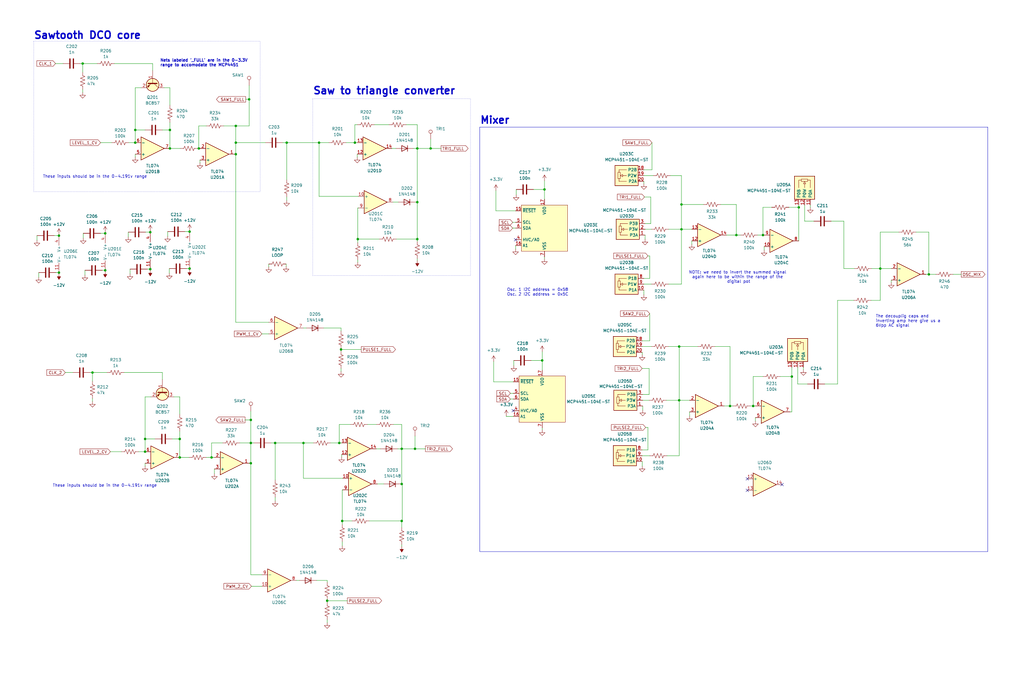
<source format=kicad_sch>
(kicad_sch (version 20231120) (generator "eeschema") (generator_version "8.0")
  (paper "User" 450 300)
  (junction (at 299.466 89.916))
  (junction (at 125.984 62.738))
  (junction (at 92.964 201.168))
  (junction (at 103.632 55.372))
  (junction (at 40.64 163.83))
  (junction (at 176.53 212.852))
  (junction (at 78.994 201.168))
  (junction (at 189.23 65.278))
  (junction (at 59.436 62.738))
  (junction (at 143.764 264.16))
  (junction (at 74.676 65.278))
  (junction (at 78.994 193.04))
  (junction (at 25.908 103.632))
  (junction (at 238.252 158.496))
  (junction (at 83.312 118.11))
  (junction (at 103.632 67.818))
  (junction (at 155.956 62.738))
  (junction (at 66.04 118.364))
  (junction (at 87.376 65.278))
  (junction (at 46.228 102.616))
  (junction (at 335.28 103.378))
  (junction (at 63.754 193.04))
  (junction (at 36.322 27.94))
  (junction (at 183.388 65.278))
  (junction (at 183.388 88.9))
  (junction (at 140.208 62.738))
  (junction (at 83.312 101.854))
  (junction (at 330.962 178.562))
  (junction (at 176.53 229.108))
  (junction (at 298.45 152.4))
  (junction (at 182.372 197.358))
  (junction (at 63.754 198.628))
  (junction (at 239.268 83.312))
  (junction (at 46.228 118.872))
  (junction (at 176.53 197.358))
  (junction (at 149.098 194.818))
  (junction (at 103.632 62.738))
  (junction (at 320.802 178.562))
  (junction (at 133.35 194.818))
  (junction (at 157.226 105.156))
  (junction (at 386.842 118.11))
  (junction (at 351.028 91.186))
  (junction (at 347.98 165.608))
  (junction (at 109.474 43.688))
  (junction (at 25.908 119.888))
  (junction (at 59.436 57.15))
  (junction (at 299.466 100.838))
  (junction (at 74.676 57.15))
  (junction (at 66.04 102.108))
  (junction (at 110.236 194.818))
  (junction (at 149.86 153.67))
  (junction (at 110.236 203.708))
  (junction (at 323.596 103.378))
  (junction (at 408.178 120.65))
  (junction (at 120.904 194.818))
  (junction (at 183.388 105.156))
  (junction (at 110.236 184.658))
  (junction (at 298.45 176.022))
  (junction (at 150.368 229.108))
  (no_connect (at 328.422 210.566))
  (no_connect (at 343.662 213.106))
  (no_connect (at 225.552 180.594))
  (no_connect (at 226.568 105.41))
  (no_connect (at 328.422 215.646))
  (wire (pts (xy 109.474 43.688) (xy 109.474 55.372)))
  (wire (pts (xy 143.764 272.542) (xy 143.764 273.812)))
  (wire (pts (xy 335.788 108.458) (xy 335.788 109.982)))
  (wire (pts (xy 176.53 197.358) (xy 182.372 197.358)))
  (wire (pts (xy 183.388 65.278) (xy 189.23 65.278)))
  (wire (pts (xy 63.754 57.15) (xy 59.436 57.15)))
  (wire (pts (xy 282.956 127.508) (xy 282.956 129.54)))
  (wire (pts (xy 226.822 83.312) (xy 226.822 85.598)))
  (wire (pts (xy 149.098 194.818) (xy 150.114 194.818)))
  (wire (pts (xy 293.878 152.4) (xy 298.45 152.4)))
  (wire (pts (xy 142.24 144.272) (xy 149.86 144.272)))
  (wire (pts (xy 44.196 62.738) (xy 49.022 62.738)))
  (wire (pts (xy 285.242 162.052) (xy 285.242 173.482)))
  (wire (pts (xy 239.268 113.03) (xy 239.268 113.792)))
  (wire (pts (xy 68.072 193.04) (xy 63.754 193.04)))
  (wire (pts (xy 329.692 178.562) (xy 330.962 178.562)))
  (wire (pts (xy 37.338 118.872) (xy 37.338 120.904)))
  (wire (pts (xy 149.86 162.052) (xy 149.86 163.322)))
  (wire (pts (xy 124.206 62.738) (xy 125.984 62.738)))
  (wire (pts (xy 110.236 203.708) (xy 109.474 203.708)))
  (wire (pts (xy 176.53 229.108) (xy 176.784 229.108)))
  (wire (pts (xy 153.924 186.69) (xy 149.098 186.69)))
  (wire (pts (xy 408.178 120.65) (xy 406.908 120.65)))
  (wire (pts (xy 155.956 62.738) (xy 156.972 62.738)))
  (wire (pts (xy 133.35 144.272) (xy 134.62 144.272)))
  (wire (pts (xy 71.374 163.83) (xy 71.374 166.878)))
  (wire (pts (xy 83.312 118.11) (xy 83.312 118.618)))
  (wire (pts (xy 82.042 118.11) (xy 83.312 118.11)))
  (wire (pts (xy 293.116 200.406) (xy 298.45 200.406)))
  (wire (pts (xy 133.35 194.818) (xy 137.668 194.818)))
  (wire (pts (xy 347.98 181.102) (xy 347.218 181.102)))
  (wire (pts (xy 222.504 182.88) (xy 222.504 183.134)))
  (wire (pts (xy 356.108 90.17) (xy 356.108 91.186)))
  (wire (pts (xy 157.226 105.156) (xy 157.226 106.68)))
  (wire (pts (xy 350.52 168.91) (xy 350.52 161.544)))
  (wire (pts (xy 316.738 89.916) (xy 323.596 89.916)))
  (wire (pts (xy 178.562 54.864) (xy 183.388 54.864)))
  (wire (pts (xy 78.994 201.168) (xy 83.058 201.168)))
  (wire (pts (xy 74.676 57.15) (xy 74.676 65.278)))
  (wire (pts (xy 40.64 175.26) (xy 40.64 176.53)))
  (wire (pts (xy 140.208 62.738) (xy 140.208 86.36)))
  (wire (pts (xy 282.448 178.562) (xy 282.448 180.34)))
  (wire (pts (xy 87.376 55.372) (xy 87.376 65.278)))
  (wire (pts (xy 25.908 103.632) (xy 25.908 104.14)))
  (wire (pts (xy 408.178 102.108) (xy 408.178 120.65)))
  (wire (pts (xy 60.96 198.628) (xy 63.754 198.628)))
  (wire (pts (xy 293.878 124.968) (xy 299.466 124.968)))
  (wire (pts (xy 76.454 174.498) (xy 78.994 174.498)))
  (wire (pts (xy 81.28 101.854) (xy 83.312 101.854)))
  (wire (pts (xy 107.95 43.688) (xy 109.474 43.688)))
  (wire (pts (xy 36.322 27.94) (xy 42.672 27.94)))
  (wire (pts (xy 183.388 113.792) (xy 183.388 114.554)))
  (wire (pts (xy 282.194 200.406) (xy 285.496 200.406)))
  (wire (pts (xy 386.842 118.11) (xy 391.668 118.11)))
  (wire (pts (xy 282.194 154.94) (xy 282.194 155.956)))
  (wire (pts (xy 368.046 132.08) (xy 375.158 132.08)))
  (wire (pts (xy 57.15 118.364) (xy 57.15 120.396)))
  (wire (pts (xy 283.718 187.96) (xy 284.734 187.96)))
  (wire (pts (xy 46.228 102.108) (xy 46.228 102.616)))
  (wire (pts (xy 335.788 103.378) (xy 335.28 103.378)))
  (wire (pts (xy 110.236 194.818) (xy 111.506 194.818)))
  (wire (pts (xy 330.962 165.608) (xy 330.962 178.562)))
  (wire (pts (xy 283.464 103.378) (xy 283.464 105.156)))
  (wire (pts (xy 94.234 206.248) (xy 94.234 208.28)))
  (wire (pts (xy 351.028 91.186) (xy 346.71 91.186)))
  (wire (pts (xy 97.79 194.818) (xy 92.964 194.818)))
  (wire (pts (xy 172.212 65.278) (xy 173.99 65.278)))
  (wire (pts (xy 304.038 100.838) (xy 299.466 100.838)))
  (wire (pts (xy 24.638 119.888) (xy 25.908 119.888)))
  (wire (pts (xy 172.72 88.9) (xy 175.006 88.9)))
  (wire (pts (xy 365.252 97.282) (xy 370.84 97.282)))
  (wire (pts (xy 125.984 62.738) (xy 125.984 78.994)))
  (wire (pts (xy 59.436 67.818) (xy 59.436 69.088)))
  (wire (pts (xy 284.734 112.522) (xy 285.496 112.522)))
  (wire (pts (xy 234.442 83.312) (xy 239.268 83.312)))
  (wire (pts (xy 74.676 65.278) (xy 79.248 65.278)))
  (wire (pts (xy 335.28 103.378) (xy 332.994 103.378)))
  (wire (pts (xy 225.298 100.33) (xy 226.568 100.33)))
  (wire (pts (xy 103.632 55.372) (xy 103.632 62.738)))
  (wire (pts (xy 59.436 38.608) (xy 59.436 57.15)))
  (wire (pts (xy 120.904 194.818) (xy 133.35 194.818)))
  (wire (pts (xy 66.04 102.108) (xy 66.04 102.616)))
  (wire (pts (xy 73.66 101.854) (xy 73.66 103.886)))
  (wire (pts (xy 157.226 105.156) (xy 157.226 91.44)))
  (wire (pts (xy 353.568 90.17) (xy 353.568 97.282)))
  (wire (pts (xy 294.64 77.216) (xy 299.466 77.216)))
  (wire (pts (xy 46.228 118.364) (xy 46.228 118.872)))
  (wire (pts (xy 67.056 27.94) (xy 67.056 30.988)))
  (wire (pts (xy 176.784 212.852) (xy 176.784 229.108)))
  (wire (pts (xy 176.784 212.852) (xy 176.53 212.852)))
  (wire (pts (xy 386.842 102.108) (xy 386.842 118.11)))
  (wire (pts (xy 56.388 102.108) (xy 56.388 104.14)))
  (wire (pts (xy 125.984 86.614) (xy 125.984 88.138)))
  (wire (pts (xy 40.64 167.64) (xy 40.64 163.83)))
  (wire (pts (xy 299.466 89.916) (xy 299.466 100.838)))
  (wire (pts (xy 304.038 105.918) (xy 304.038 107.442)))
  (wire (pts (xy 353.568 97.282) (xy 357.632 97.282)))
  (wire (pts (xy 98.298 55.372) (xy 103.632 55.372)))
  (wire (pts (xy 165.354 197.358) (xy 167.132 197.358)))
  (wire (pts (xy 330.962 178.562) (xy 331.978 178.562)))
  (wire (pts (xy 282.956 124.968) (xy 286.258 124.968)))
  (wire (pts (xy 56.642 62.738) (xy 59.436 62.738)))
  (wire (pts (xy 383.032 118.11) (xy 386.842 118.11)))
  (wire (pts (xy 107.696 184.658) (xy 110.236 184.658)))
  (wire (pts (xy 17.018 119.888) (xy 17.018 121.92)))
  (wire (pts (xy 150.368 215.392) (xy 150.622 215.392)))
  (wire (pts (xy 282.956 77.216) (xy 287.02 77.216)))
  (wire (pts (xy 181.61 65.278) (xy 183.388 65.278)))
  (wire (pts (xy 90.678 201.168) (xy 92.964 201.168)))
  (wire (pts (xy 282.194 162.052) (xy 285.242 162.052)))
  (wire (pts (xy 286.004 98.298) (xy 283.464 98.298)))
  (wire (pts (xy 238.252 188.214) (xy 238.252 188.976)))
  (wire (pts (xy 282.956 74.676) (xy 286.512 74.676)))
  (wire (pts (xy 87.884 70.358) (xy 87.884 71.628)))
  (wire (pts (xy 157.226 105.156) (xy 166.624 105.156)))
  (wire (pts (xy 353.06 162.56) (xy 353.06 161.544)))
  (wire (pts (xy 25.908 119.888) (xy 25.908 120.396)))
  (wire (pts (xy 335.28 165.608) (xy 330.962 165.608)))
  (wire (pts (xy 103.632 67.818) (xy 103.124 67.818)))
  (wire (pts (xy 110.236 252.73) (xy 115.062 252.73)))
  (wire (pts (xy 156.972 67.818) (xy 156.972 69.088)))
  (wire (pts (xy 40.64 163.83) (xy 39.624 163.83)))
  (wire (pts (xy 25.908 119.38) (xy 25.908 119.888)))
  (wire (pts (xy 119.126 194.818) (xy 120.904 194.818)))
  (wire (pts (xy 110.236 180.848) (xy 110.236 184.658)))
  (wire (pts (xy 145.288 194.818) (xy 149.098 194.818)))
  (wire (pts (xy 63.754 203.708) (xy 63.754 204.978)))
  (wire (pts (xy 156.972 54.864) (xy 155.956 54.864)))
  (wire (pts (xy 225.806 158.496) (xy 225.806 160.782)))
  (wire (pts (xy 92.964 194.818) (xy 92.964 201.168)))
  (wire (pts (xy 78.994 189.738) (xy 78.994 193.04)))
  (wire (pts (xy 155.956 54.864) (xy 155.956 62.738)))
  (wire (pts (xy 176.53 239.522) (xy 176.53 240.284)))
  (wire (pts (xy 303.022 176.022) (xy 298.45 176.022)))
  (wire (pts (xy 90.678 55.372) (xy 87.376 55.372)))
  (wire (pts (xy 282.956 79.756) (xy 282.956 80.772)))
  (wire (pts (xy 299.466 77.216) (xy 299.466 89.916)))
  (wire (pts (xy 285.496 112.522) (xy 285.496 122.428)))
  (wire (pts (xy 217.932 92.71) (xy 226.568 92.71)))
  (wire (pts (xy 143.764 264.16) (xy 152.654 264.16)))
  (wire (pts (xy 303.022 181.102) (xy 303.022 182.88)))
  (wire (pts (xy 298.45 176.022) (xy 292.862 176.022)))
  (wire (pts (xy 183.388 65.278) (xy 183.388 88.9)))
  (wire (pts (xy 72.136 38.608) (xy 74.676 38.608)))
  (wire (pts (xy 189.23 61.214) (xy 189.23 65.278)))
  (wire (pts (xy 284.734 187.96) (xy 284.734 197.866)))
  (wire (pts (xy 110.236 194.818) (xy 110.236 203.708)))
  (wire (pts (xy 176.53 229.108) (xy 176.53 231.902)))
  (wire (pts (xy 64.77 118.364) (xy 66.04 118.364)))
  (wire (pts (xy 182.626 88.9) (xy 183.388 88.9)))
  (wire (pts (xy 130.302 255.27) (xy 131.572 255.27)))
  (wire (pts (xy 83.312 101.346) (xy 83.312 101.854)))
  (wire (pts (xy 75.692 193.04) (xy 78.994 193.04)))
  (wire (pts (xy 239.268 79.502) (xy 239.268 83.312)))
  (wire (pts (xy 16.256 103.632) (xy 16.256 105.664)))
  (wire (pts (xy 299.466 124.968) (xy 299.466 100.838)))
  (wire (pts (xy 25.908 103.124) (xy 25.908 103.632)))
  (wire (pts (xy 140.208 86.36) (xy 157.48 86.36)))
  (wire (pts (xy 87.376 65.278) (xy 87.884 65.278)))
  (wire (pts (xy 282.194 202.946) (xy 282.194 204.978)))
  (wire (pts (xy 319.278 103.378) (xy 323.596 103.378)))
  (wire (pts (xy 78.994 193.04) (xy 78.994 201.168)))
  (wire (pts (xy 418.846 120.65) (xy 422.402 120.65)))
  (wire (pts (xy 115.062 146.812) (xy 118.11 146.812)))
  (wire (pts (xy 391.668 123.19) (xy 391.668 124.206)))
  (wire (pts (xy 143.764 263.652) (xy 143.764 264.16)))
  (wire (pts (xy 224.282 175.514) (xy 225.552 175.514)))
  (wire (pts (xy 354.838 168.91) (xy 350.52 168.91)))
  (wire (pts (xy 285.242 173.482) (xy 282.448 173.482)))
  (wire (pts (xy 299.466 89.916) (xy 309.118 89.916)))
  (wire (pts (xy 48.514 198.628) (xy 53.34 198.628)))
  (wire (pts (xy 342.9 165.608) (xy 347.98 165.608)))
  (wire (pts (xy 351.028 90.17) (xy 351.028 91.186)))
  (wire (pts (xy 347.98 161.544) (xy 347.98 165.608)))
  (wire (pts (xy 46.228 102.616) (xy 46.228 103.124)))
  (wire (pts (xy 285.496 137.922) (xy 285.496 149.86)))
  (wire (pts (xy 83.312 101.854) (xy 83.312 102.362)))
  (wire (pts (xy 370.84 97.282) (xy 370.84 118.11)))
  (wire (pts (xy 36.322 31.75) (xy 36.322 27.94)))
  (wire (pts (xy 64.008 102.108) (xy 66.04 102.108)))
  (wire (pts (xy 282.448 176.022) (xy 285.242 176.022)))
  (wire (pts (xy 183.388 54.864) (xy 183.388 65.278)))
  (wire (pts (xy 44.196 102.616) (xy 46.228 102.616)))
  (wire (pts (xy 103.632 62.738) (xy 116.586 62.738)))
  (wire (pts (xy 314.198 152.4) (xy 320.802 152.4)))
  (wire (pts (xy 110.236 184.658) (xy 110.236 194.818)))
  (wire (pts (xy 285.496 122.428) (xy 282.956 122.428)))
  (wire (pts (xy 125.73 116.078) (xy 125.73 117.094)))
  (wire (pts (xy 225.298 97.79) (xy 226.568 97.79)))
  (wire (pts (xy 149.098 186.69) (xy 149.098 194.818)))
  (wire (pts (xy 109.474 55.372) (xy 103.632 55.372)))
  (wire (pts (xy 318.262 178.562) (xy 320.802 178.562)))
  (wire (pts (xy 362.458 168.91) (xy 368.046 168.91)))
  (wire (pts (xy 40.64 163.83) (xy 46.99 163.83)))
  (wire (pts (xy 386.842 132.08) (xy 386.842 118.11)))
  (wire (pts (xy 216.916 159.004) (xy 216.916 167.894)))
  (wire (pts (xy 24.384 27.94) (xy 27.686 27.94)))
  (wire (pts (xy 139.192 255.27) (xy 143.764 255.27)))
  (wire (pts (xy 402.59 102.108) (xy 408.178 102.108)))
  (wire (pts (xy 157.226 91.44) (xy 157.48 91.44)))
  (wire (pts (xy 110.236 252.73) (xy 110.236 203.708)))
  (wire (pts (xy 238.252 158.496) (xy 238.252 162.814)))
  (wire (pts (xy 74.422 118.11) (xy 74.422 120.142)))
  (wire (pts (xy 408.178 120.65) (xy 411.226 120.65)))
  (wire (pts (xy 83.312 117.602) (xy 83.312 118.11)))
  (wire (pts (xy 133.35 210.312) (xy 150.622 210.312)))
  (wire (pts (xy 164.592 54.864) (xy 170.942 54.864)))
  (wire (pts (xy 86.868 65.278) (xy 87.376 65.278)))
  (wire (pts (xy 162.306 229.108) (xy 176.53 229.108)))
  (wire (pts (xy 368.046 168.91) (xy 368.046 132.08)))
  (wire (pts (xy 120.904 194.818) (xy 120.904 211.074)))
  (wire (pts (xy 143.764 255.27) (xy 143.764 256.032)))
  (wire (pts (xy 28.702 163.83) (xy 32.004 163.83)))
  (wire (pts (xy 149.86 153.162) (xy 149.86 153.67)))
  (wire (pts (xy 370.84 118.11) (xy 375.412 118.11)))
  (wire (pts (xy 238.252 154.686) (xy 238.252 158.496)))
  (wire (pts (xy 140.208 62.738) (xy 144.526 62.738)))
  (wire (pts (xy 61.976 38.608) (xy 59.436 38.608)))
  (wire (pts (xy 283.21 86.614) (xy 286.004 86.614)))
  (wire (pts (xy 298.45 200.406) (xy 298.45 176.022)))
  (wire (pts (xy 282.194 152.4) (xy 286.258 152.4)))
  (wire (pts (xy 149.86 153.67) (xy 158.75 153.67)))
  (wire (pts (xy 320.802 178.562) (xy 322.072 178.562)))
  (wire (pts (xy 74.676 38.608) (xy 74.676 46.228)))
  (wire (pts (xy 66.04 101.6) (xy 66.04 102.108)))
  (wire (pts (xy 120.904 218.694) (xy 120.904 220.218)))
  (wire (pts (xy 182.372 197.358) (xy 186.944 197.358)))
  (wire (pts (xy 174.752 197.358) (xy 176.53 197.358)))
  (wire (pts (xy 299.466 100.838) (xy 293.878 100.838)))
  (wire (pts (xy 182.372 191.77) (xy 182.372 197.358)))
  (wire (pts (xy 216.916 167.894) (xy 225.552 167.894)))
  (wire (pts (xy 50.292 27.94) (xy 67.056 27.94)))
  (wire (pts (xy 306.578 152.4) (xy 298.45 152.4)))
  (wire (pts (xy 103.632 141.732) (xy 103.632 67.818)))
  (wire (pts (xy 149.86 144.272) (xy 149.86 145.542)))
  (wire (pts (xy 125.984 62.738) (xy 140.208 62.738)))
  (wire (pts (xy 183.388 88.9) (xy 183.388 105.156)))
  (wire (pts (xy 63.754 174.498) (xy 63.754 193.04)))
  (wire (pts (xy 36.576 102.616) (xy 36.576 104.648)))
  (wire (pts (xy 176.53 186.69) (xy 176.53 197.358)))
  (wire (pts (xy 282.194 149.86) (xy 285.496 149.86)))
  (wire (pts (xy 105.41 194.818) (xy 110.236 194.818)))
  (wire (pts (xy 78.994 174.498) (xy 78.994 182.118)))
  (wire (pts (xy 46.228 118.872) (xy 46.228 119.38)))
  (wire (pts (xy 66.04 117.856) (xy 66.04 118.364)))
  (wire (pts (xy 54.61 163.83) (xy 71.374 163.83)))
  (wire (pts (xy 283.464 100.838) (xy 286.258 100.838)))
  (wire (pts (xy 323.596 103.378) (xy 325.374 103.378)))
  (wire (pts (xy 143.764 264.16) (xy 143.764 264.922)))
  (wire (pts (xy 217.932 83.82) (xy 217.932 92.71)))
  (wire (pts (xy 59.436 57.15) (xy 59.436 62.738)))
  (wire (pts (xy 133.35 194.818) (xy 133.35 210.312)))
  (wire (pts (xy 239.268 83.312) (xy 239.268 87.63)))
  (wire (pts (xy 331.978 183.642) (xy 331.978 185.166)))
  (wire (pts (xy 92.964 201.168) (xy 94.234 201.168)))
  (wire (pts (xy 189.23 65.278) (xy 193.802 65.278)))
  (wire (pts (xy 224.282 172.974) (xy 225.552 172.974)))
  (wire (pts (xy 36.322 27.94) (xy 35.306 27.94)))
  (wire (pts (xy 351.028 105.918) (xy 351.028 91.186)))
  (wire (pts (xy 66.294 174.498) (xy 63.754 174.498)))
  (wire (pts (xy 150.368 229.108) (xy 154.686 229.108)))
  (wire (pts (xy 74.676 53.848) (xy 74.676 57.15)))
  (wire (pts (xy 23.876 103.632) (xy 25.908 103.632)))
  (wire (pts (xy 298.45 152.4) (xy 298.45 176.022)))
  (wire (pts (xy 176.53 212.852) (xy 176.276 212.852)))
  (wire (pts (xy 152.146 62.738) (xy 155.956 62.738)))
  (wire (pts (xy 110.49 257.81) (xy 115.062 257.81)))
  (wire (pts (xy 174.244 105.156) (xy 183.388 105.156)))
  (wire (pts (xy 335.28 91.186) (xy 335.28 103.378)))
  (wire (pts (xy 320.802 152.4) (xy 320.802 178.562)))
  (wire (pts (xy 339.09 91.186) (xy 335.28 91.186)))
  (wire (pts (xy 150.114 199.898) (xy 150.114 200.914)))
  (wire (pts (xy 233.426 158.496) (xy 238.252 158.496)))
  (wire (pts (xy 172.974 186.69) (xy 176.53 186.69)))
  (wire (pts (xy 71.374 57.15) (xy 74.676 57.15)))
  (wire (pts (xy 165.862 212.852) (xy 168.656 212.852)))
  (wire (pts (xy 149.86 153.67) (xy 149.86 154.432)))
  (wire (pts (xy 150.368 238.252) (xy 150.368 240.03)))
  (wire (pts (xy 394.97 102.108) (xy 386.842 102.108)))
  (wire (pts (xy 63.754 193.04) (xy 63.754 198.628)))
  (wire (pts (xy 36.322 39.37) (xy 36.322 40.64)))
  (wire (pts (xy 382.778 132.08) (xy 386.842 132.08)))
  (wire (pts (xy 150.368 229.108) (xy 150.368 215.392)))
  (wire (pts (xy 226.568 107.95) (xy 226.568 109.474)))
  (wire (pts (xy 347.98 165.608) (xy 347.98 181.102)))
  (wire (pts (xy 157.226 114.3) (xy 157.226 115.316)))
  (wire (pts (xy 66.04 118.364) (xy 66.04 118.872)))
  (wire (pts (xy 103.632 141.732) (xy 118.11 141.732)))
  (wire (pts (xy 183.388 105.156) (xy 183.388 106.172)))
  (wire (pts (xy 284.734 197.866) (xy 282.194 197.866)))
  (wire (pts (xy 118.11 116.078) (xy 118.11 117.348)))
  (wire (pts (xy 150.368 230.632) (xy 150.368 229.108)))
  (wire (pts (xy 323.596 103.378) (xy 323.596 89.916)))
  (wire (pts (xy 103.632 62.738) (xy 103.632 67.818)))
  (wire (pts (xy 44.958 118.872) (xy 46.228 118.872)))
  (wire (pts (xy 176.53 197.358) (xy 176.53 212.852)))
  (wire (pts (xy 222.504 183.134) (xy 225.552 183.134)))
  (wire (pts (xy 109.474 37.592) (xy 109.474 43.688)))
  (wire (pts (xy 286.512 62.738) (xy 286.512 74.676)))
  (wire (pts (xy 286.004 86.614) (xy 286.004 98.298)))
  (wire (pts (xy 161.544 186.69) (xy 165.354 186.69)))
  (rectangle (start 210.82 55.88) (end 434.086 242.57))
  (rectangle (start 137.414 43.434) (end 206.756 121.158) (stroke (width 0) (type dot)))
  (rectangle (start 14.859 18.161) (end 114.3 84.328) (stroke (width 0) (type dot)))
  (text "These inputs should be in the 0-4.191v range" (at 23.114 214.376 0) (effects (font (size 1.27 1.27)) (justify left bottom)))
  (text "Nets labeled '_FULL' are in the 0-3.3V \nrange to accomodate the MCP4451" (at 70.358 29.464 0) (effects (font (size 1.27 1.27) (thickness 0.254) (bold yes)) (justify left bottom)))
  (text "Osc. 1 I2C address = 0x58\nOsc. 2 I2C address = 0x5C" (at 222.758 130.302 0) (effects (font (size 1.27 1.27)) (justify left bottom)))
  (text "NOTE: we need to invert the summed signal \nagain here to be within the range of the \ndigital pot" (at 324.612 121.92 0) (effects (font (size 1.27 1.27))))
  (text "Sawtooth DCO core" (at 14.732 17.526 0) (effects (font (size 3.2 3.2) (thickness 0.64) (bold yes)) (justify left bottom)))
  (text "The decouplig caps and \ninverting amp here give us a\n6Vpp AC signal" (at 384.81 141.224 0) (effects (font (size 1.27 1.27)) (justify left)))
  (text "These inputs should be in the 0-4.191v range" (at 18.796 78.486 0) (effects (font (size 1.27 1.27)) (justify left bottom)))
  (text "Mixer" (at 210.82 54.864 0) (effects (font (size 3.2 3.2) (thickness 0.64) (bold yes)) (justify left bottom)))
  (text "Saw to triangle converter" (at 137.414 41.91 0) (effects (font (size 3.2 3.2) (thickness 0.64) (bold yes)) (justify left bottom)))
  (global_label "TRI2_FULL" (shape input) (at 282.194 162.052 180) (property "Intersheetrefs" "${INTERSHEET_REFS}" (effects (hide yes))))
  (global_label "LEVEL_2_CV" (shape input) (at 48.514 198.628 180) (property "Intersheetrefs" "${INTERSHEET_REFS}" (effects (hide yes))))
  (global_label "SAW2_FULL" (shape input) (at 285.496 137.922 180) (property "Intersheetrefs" "${INTERSHEET_REFS}" (effects (hide yes))))
  (global_label "SAW1_FULL" (shape input) (at 286.512 62.738 180) (property "Intersheetrefs" "${INTERSHEET_REFS}" (effects (hide yes))))
  (global_label "LEVEL_1_CV" (shape input) (at 44.196 62.738 180) (property "Intersheetrefs" "${INTERSHEET_REFS}" (effects (hide yes))))
  (global_label "SDA" (shape input) (at 225.298 100.33 180) (property "Intersheetrefs" "${INTERSHEET_REFS}" (effects (hide yes))))
  (global_label "TRI1_FULL" (shape input) (at 283.21 86.614 180) (property "Intersheetrefs" "${INTERSHEET_REFS}" (effects (hide yes))))
  (global_label "SCL" (shape input) (at 225.298 97.79 180) (property "Intersheetrefs" "${INTERSHEET_REFS}" (effects (hide yes))))
  (global_label "TRI2_FULL" (shape output) (at 186.944 197.358 0) (property "Intersheetrefs" "${INTERSHEET_REFS}" (effects (hide yes))))
  (global_label "CLK_1" (shape input) (at 24.384 27.94 180) (property "Intersheetrefs" "${INTERSHEET_REFS}" (effects (hide yes))))
  (global_label "PULSE1_FULL" (shape input) (at 284.734 112.522 180) (property "Intersheetrefs" "${INTERSHEET_REFS}" (effects (hide yes))))
  (global_label "SDA" (shape input) (at 224.282 175.514 180) (property "Intersheetrefs" "${INTERSHEET_REFS}" (effects (hide yes))))
  (global_label "PWM_1_CV" (shape input) (at 115.062 146.812 180) (property "Intersheetrefs" "${INTERSHEET_REFS}" (effects (hide yes))))
  (global_label "TRI1_FULL" (shape output) (at 193.802 65.278 0) (property "Intersheetrefs" "${INTERSHEET_REFS}" (effects (hide yes))))
  (global_label "PULSE2_FULL" (shape input) (at 283.718 187.96 180) (property "Intersheetrefs" "${INTERSHEET_REFS}" (effects (hide yes))))
  (global_label "PULSE2_FULL" (shape output) (at 152.654 264.16 0) (property "Intersheetrefs" "${INTERSHEET_REFS}" (effects (hide yes))))
  (global_label "OSC_MIX" (shape output) (at 422.402 120.65 0) (property "Intersheetrefs" "${INTERSHEET_REFS}" (effects (hide yes))))
  (global_label "SCL" (shape input) (at 224.282 172.974 180) (property "Intersheetrefs" "${INTERSHEET_REFS}" (effects (hide yes))))
  (global_label "PWM_2_CV" (shape input) (at 110.49 257.81 180) (property "Intersheetrefs" "${INTERSHEET_REFS}" (effects (hide yes))))
  (global_label "PULSE1_FULL" (shape output) (at 158.75 153.67 0) (property "Intersheetrefs" "${INTERSHEET_REFS}" (effects (hide yes))))
  (global_label "SAW1_FULL" (shape output) (at 107.95 43.688 180) (property "Intersheetrefs" "${INTERSHEET_REFS}" (effects (hide yes))))
  (global_label "SAW2_FULL" (shape output) (at 107.696 184.658 180) (property "Intersheetrefs" "${INTERSHEET_REFS}" (effects (hide yes))))
  (global_label "CLK_2" (shape input) (at 28.702 163.83 180) (property "Intersheetrefs" "${INTERSHEET_REFS}" (effects (hide yes))))
  (symbol (lib_id "Device:C") (at 361.442 97.282 90) (unit 1)
    (property "Reference" "C211" (at 361.442 90.424 90))
    (property "Value" "1u" (at 361.442 92.964 90))
    (property "Footprint" "Capacitor_SMD:C_0805_2012Metric" (effects (hide yes)))
  )
  (symbol (lib_name "MCP4451-xxxx-ST_2") (lib_id "Potentiometer_Digital:MCP4451-xxxx-ST") (at 239.268 100.33 0) (unit 5)
    (property "Reference" "U203" (at 259.588 98.933 0))
    (property "Value" "MCP4451-104E-ST" (at 259.588 101.473 0))
    (property "Footprint" "Package_SO:TSSOP-20_4.4x6.5mm_P0.65mm" (effects (hide yes)))
    (property "Datasheet" "https://ww1.microchip.com/downloads/en/DeviceDoc/22267A_MCP4431.pdf" (effects (hide yes)))
  )
  (symbol (lib_id "Amplifier_Operational:TL074") (at 95.504 67.818 0) (mirror x) (unit 1)
    (property "Reference" "U201" (at 95.504 77.978 0))
    (property "Value" "TL074" (at 95.504 75.438 0))
    (property "Footprint" "Package_SO:SOIC-14_3.9x8.7mm_P1.27mm" (effects (hide yes)))
    (property "Datasheet" "http://www.ti.com/lit/ds/symlink/tl071.pdf" (effects (hide yes)))
  )
  (symbol (lib_id "PCM_4ms_Power-symbol:+12V") (at 83.312 101.346 0) (unit 1)
    (property "Reference" "#PWR0220" (effects (hide yes)))
    (property "Value" "+12V" (at 83.312 96.901 0))
  )
  (symbol (lib_id "Diode:1N4148") (at 178.816 88.9 180) (unit 1)
    (property "Reference" "D202" (at 178.816 82.804 0))
    (property "Value" "1N4148" (at 178.816 85.344 0))
    (property "Footprint" "Diode_SMD:D_SOD-123" (effects (hide yes)))
    (property "Datasheet" "https://assets.nexperia.com/documents/data-sheet/1N4148_1N4448.pdf" (effects (hide yes)))
    (property "Sim.Device" "D" (effects (hide yes)))
    (property "Sim.Pins" "1=K 2=A" (effects (hide yes)))
  )
  (symbol (lib_id "power:GND") (at 239.268 113.792 0) (unit 1)
    (property "Reference" "#PWR0235" (effects (hide yes)))
    (property "Value" "GND" (effects (hide yes)))
  )
  (symbol (lib_id "power:GND") (at 303.022 182.88 0) (unit 1)
    (property "Reference" "#PWR0246" (effects (hide yes)))
    (property "Value" "GND" (effects (hide yes)))
  )
  (symbol (lib_id "Device:R_US") (at 157.734 186.69 90) (unit 1)
    (property "Reference" "R218" (at 157.734 181.102 90))
    (property "Value" "10k" (at 157.734 183.642 90))
    (property "Footprint" "Resistor_SMD:R_0805_2012Metric" (effects (hide yes)))
  )
  (symbol (lib_id "Device:R_US") (at 158.496 229.108 90) (unit 1)
    (property "Reference" "R222" (at 158.496 223.774 90))
    (property "Value" "10k" (at 158.496 226.314 90))
    (property "Footprint" "Resistor_SMD:R_0805_2012Metric" (effects (hide yes)))
  )
  (symbol (lib_id "power:GND") (at 63.754 204.978 0) (unit 1)
    (property "Reference" "#PWR0212" (effects (hide yes)))
    (property "Value" "GND" (effects (hide yes)))
  )
  (symbol (lib_id "PCM_4ms_Power-symbol:+12V") (at 66.04 101.6 0) (unit 1)
    (property "Reference" "#PWR0225" (effects (hide yes)))
    (property "Value" "+12V" (at 66.04 97.155 0))
  )
  (symbol (lib_id "Device:R_US") (at 290.068 124.968 90) (unit 1)
    (property "Reference" "R230" (at 290.068 128.016 90))
    (property "Value" "100k" (at 290.068 130.556 90))
    (property "Footprint" "Resistor_SMD:R_0805_2012Metric" (effects (hide yes)))
  )
  (symbol (lib_id "Device:R_US") (at 157.226 110.49 180) (unit 1)
    (property "Reference" "R211" (at 159.512 109.22 0) (effects (justify right)))
    (property "Value" "10k" (at 159.512 111.76 0) (effects (justify right)))
    (property "Footprint" "Resistor_SMD:R_0805_2012Metric" (effects (hide yes)))
  )
  (symbol (lib_id "Amplifier_Operational:TL074") (at 122.682 255.27 0) (mirror x) (unit 3)
    (property "Reference" "U206" (at 122.682 264.922 0))
    (property "Value" "TL074" (at 122.682 262.382 0))
    (property "Footprint" "Package_SO:SOIC-14_3.9x8.7mm_P1.27mm" (effects (hide yes)))
    (property "Datasheet" "http://www.ti.com/lit/ds/symlink/tl071.pdf" (effects (hide yes)))
    (property "Description" "Quad Low-Noise JFET-Input Operational Amplifiers, DIP-14/SOIC-14" (effects (hide yes)))
  )
  (symbol (lib_id "Potentiometer_Digital:MCP4451-xxxx-ST") (at 274.574 152.4 0) (mirror y) (unit 3)
    (property "Reference" "U205" (at 274.574 142.875 0))
    (property "Value" "MCP4451-104E-ST" (at 274.574 145.415 0))
    (property "Footprint" "Package_SO:TSSOP-20_4.4x6.5mm_P0.65mm" (effects (hide yes)))
    (property "Datasheet" "https://ww1.microchip.com/downloads/en/DeviceDoc/22267A_MCP4431.pdf" (effects (hide yes)))
  )
  (symbol (lib_id "power:GND") (at 125.73 117.094 0) (mirror y) (unit 1)
    (property "Reference" "#PWR0257" (effects (hide yes)))
    (property "Value" "GND" (effects (hide yes)))
  )
  (symbol (lib_id "Device:C") (at 20.066 103.632 90) (unit 1)
    (property "Reference" "C205" (at 20.066 96.139 90))
    (property "Value" "100n" (at 20.066 98.679 90))
    (property "Footprint" "Capacitor_SMD:C_0805_2012Metric" (effects (hide yes)))
  )
  (symbol (lib_id "Connector:TestPoint") (at 109.474 37.592 0) (unit 1) (in_bom no)
    (property "Reference" "SAW1" (at 107.188 33.0199 0) (effects (justify right)))
    (property "Value" "SAW1_DC" (effects (hide yes)))
    (property "Footprint" "TestPoint:TestPoint_THTPad_D1.0mm_Drill0.5mm" (effects (hide yes)))
    (property "Description" "test point" (effects (hide yes)))
  )
  (symbol (lib_id "power:GND") (at 73.66 103.886 0) (unit 1)
    (property "Reference" "#PWR0218" (effects (hide yes)))
    (property "Value" "GND" (effects (hide yes)))
  )
  (symbol (lib_id "power:GND") (at 150.114 200.914 0) (unit 1)
    (property "Reference" "#PWR0214" (effects (hide yes)))
    (property "Value" "GND" (effects (hide yes)))
  )
  (symbol (lib_id "Connector:TestPoint") (at 189.23 61.214 0) (mirror y) (unit 1) (in_bom no)
    (property "Reference" "TRI1" (at 191.516 56.6419 0) (effects (justify right)))
    (property "Value" "SAW1_DC" (effects (hide yes)))
    (property "Footprint" "TestPoint:TestPoint_THTPad_D1.0mm_Drill0.5mm" (effects (hide yes)))
    (property "Description" "test point" (effects (hide yes)))
  )
  (symbol (lib_id "power:GND") (at 74.422 120.142 0) (unit 1)
    (property "Reference" "#PWR0219" (effects (hide yes)))
    (property "Value" "GND" (effects (hide yes)))
  )
  (symbol (lib_id "Device:R_US") (at 94.488 55.372 270) (unit 1)
    (property "Reference" "R234" (at 94.488 49.657 90))
    (property "Value" "33k" (at 94.488 52.197 90))
    (property "Footprint" "Resistor_SMD:R_0805_2012Metric" (effects (hide yes)))
  )
  (symbol (lib_id "power:GND") (at 143.764 273.812 0) (unit 1)
    (property "Reference" "#PWR0227" (effects (hide yes)))
    (property "Value" "GND" (effects (hide yes)))
  )
  (symbol (lib_id "Connector:TestPoint") (at 182.372 191.77 0) (mirror y) (unit 1) (in_bom no)
    (property "Reference" "TRI2" (at 184.658 187.1979 0) (effects (justify right)))
    (property "Value" "SAW1_DC" (effects (hide yes)))
    (property "Footprint" "TestPoint:TestPoint_THTPad_D1.0mm_Drill0.5mm" (effects (hide yes)))
    (property "Description" "test point" (effects (hide yes)))
  )
  (symbol (lib_id "Device:C") (at 77.47 101.854 90) (unit 1)
    (property "Reference" "C212" (at 77.47 94.361 90))
    (property "Value" "100n" (at 77.47 96.901 90))
    (property "Footprint" "Capacitor_SMD:C_0805_2012Metric" (effects (hide yes)))
  )
  (symbol (lib_id "power:+3.3V") (at 216.916 159.004 0) (unit 1)
    (property "Reference" "#PWR0238" (effects (hide yes)))
    (property "Value" "+3.3V" (at 216.916 154.051 0))
  )
  (symbol (lib_id "power:-12V") (at 83.312 118.618 180) (unit 1)
    (property "Reference" "#PWR0253" (effects (hide yes)))
    (property "Value" "-12V" (at 83.312 123.698 0))
  )
  (symbol (lib_id "power:GND") (at 282.956 80.772 0) (unit 1)
    (property "Reference" "#PWR0221" (effects (hide yes)))
    (property "Value" "GND" (effects (hide yes)))
  )
  (symbol (lib_id "power:GND") (at 282.194 155.956 0) (unit 1)
    (property "Reference" "#PWR0243" (effects (hide yes)))
    (property "Value" "GND" (effects (hide yes)))
  )
  (symbol (lib_name "MCP4451-xxxx-ST_3") (lib_id "Potentiometer_Digital:MCP4451-xxxx-ST") (at 275.336 124.968 0) (mirror y) (unit 2)
    (property "Reference" "U203" (at 275.336 115.443 0))
    (property "Value" "MCP4451-104E-ST" (at 275.336 117.983 0))
    (property "Footprint" "Package_SO:TSSOP-20_4.4x6.5mm_P0.65mm" (effects (hide yes)))
    (property "Datasheet" "https://ww1.microchip.com/downloads/en/DeviceDoc/22267A_MCP4431.pdf" (effects (hide yes)))
  )
  (symbol (lib_id "Amplifier_Operational:TL074") (at 399.288 120.65 0) (mirror x) (unit 1)
    (property "Reference" "U206" (at 399.288 130.81 0))
    (property "Value" "TL074" (at 399.288 128.27 0))
    (property "Footprint" "Package_SO:SOIC-14_3.9x8.7mm_P1.27mm" (effects (hide yes)))
    (property "Datasheet" "http://www.ti.com/lit/ds/symlink/tl071.pdf" (effects (hide yes)))
    (property "Description" "Quad Low-Noise JFET-Input Operational Amplifiers, DIP-14/SOIC-14" (effects (hide yes)))
  )
  (symbol (lib_id "power:GND") (at 125.984 88.138 0) (unit 1)
    (property "Reference" "#PWR0208" (effects (hide yes)))
    (property "Value" "GND" (effects (hide yes)))
  )
  (symbol (lib_id "Connector:TestPoint") (at 110.236 180.848 0) (unit 1) (in_bom no)
    (property "Reference" "SAW2" (at 107.95 176.2759 0) (effects (justify right)))
    (property "Value" "SAW2_DC" (effects (hide yes)))
    (property "Footprint" "TestPoint:TestPoint_THTPad_D1.0mm_Drill0.5mm" (effects (hide yes)))
    (property "Description" "test point" (effects (hide yes)))
  )
  (symbol (lib_id "power:GND") (at 282.956 129.54 0) (unit 1)
    (property "Reference" "#PWR0229" (effects (hide yes)))
    (property "Value" "GND" (effects (hide yes)))
  )
  (symbol (lib_id "power:-12V") (at 176.53 240.284 180) (unit 1)
    (property "Reference" "#PWR0215" (effects (hide yes)))
    (property "Value" "-12V" (at 176.53 245.11 0))
  )
  (symbol (lib_id "Device:R_US") (at 176.53 235.712 180) (unit 1)
    (property "Reference" "R219" (at 178.562 234.442 0) (effects (justify right)))
    (property "Value" "10k" (at 178.562 236.982 0) (effects (justify right)))
    (property "Footprint" "Resistor_SMD:R_0805_2012Metric" (effects (hide yes)))
  )
  (symbol (lib_id "Device:C") (at 40.386 102.616 90) (unit 1)
    (property "Reference" "C206" (at 40.386 95.123 90))
    (property "Value" "100n" (at 40.386 97.663 90))
    (property "Footprint" "Capacitor_SMD:C_0805_2012Metric" (effects (hide yes)))
  )
  (symbol (lib_id "power:GND") (at 87.884 71.628 0) (unit 1)
    (property "Reference" "#PWR0206" (effects (hide yes)))
    (property "Value" "GND" (effects (hide yes)))
  )
  (symbol (lib_id "power:GND") (at 94.234 208.28 0) (unit 1)
    (property "Reference" "#PWR0213" (effects (hide yes)))
    (property "Value" "GND" (effects (hide yes)))
  )
  (symbol (lib_id "power:GND") (at 304.038 107.442 0) (unit 1)
    (property "Reference" "#PWR0230" (effects (hide yes)))
    (property "Value" "GND" (effects (hide yes)))
  )
  (symbol (lib_id "Device:R_US") (at 379.222 118.11 90) (unit 1)
    (property "Reference" "R244" (at 379.222 121.158 90))
    (property "Value" "10k" (at 379.222 123.698 90))
    (property "Footprint" "Resistor_SMD:R_0805_2012Metric" (effects (hide yes)))
  )
  (symbol (lib_id "power:-12V") (at 25.908 120.396 180) (unit 1)
    (property "Reference" "#PWR0252" (effects (hide yes)))
    (property "Value" "-12V" (at 25.908 125.476 0))
  )
  (symbol (lib_id "power:GND") (at 282.448 180.34 0) (unit 1)
    (property "Reference" "#PWR0245" (effects (hide yes)))
    (property "Value" "GND" (effects (hide yes)))
  )
  (symbol (lib_id "Device:C") (at 120.396 62.738 90) (unit 1)
    (property "Reference" "C203" (at 120.396 55.88 90))
    (property "Value" "1u" (at 120.396 58.42 90))
    (property "Footprint" "Capacitor_SMD:C_0805_2012Metric" (effects (hide yes)))
  )
  (symbol (lib_id "power:GND") (at 225.806 160.782 0) (unit 1)
    (property "Reference" "#PWR0240" (effects (hide yes)))
    (property "Value" "GND" (effects (hide yes)))
  )
  (symbol (lib_id "Device:R_US") (at 101.6 194.818 270) (unit 1)
    (property "Reference" "R227" (at 101.6 189.103 90))
    (property "Value" "33k" (at 101.6 191.643 90))
    (property "Footprint" "Resistor_SMD:R_0805_2012Metric" (effects (hide yes)))
  )
  (symbol (lib_id "power:GND") (at 150.368 240.03 0) (unit 1)
    (property "Reference" "#PWR0217" (effects (hide yes)))
    (property "Value" "GND" (effects (hide yes)))
  )
  (symbol (lib_id "Device:R_US") (at 83.058 65.278 270) (unit 1)
    (property "Reference" "R207" (at 83.058 59.69 90))
    (property "Value" "100k" (at 83.058 62.23 90))
    (property "Footprint" "Resistor_SMD:R_0805_2012Metric" (effects (hide yes)))
  )
  (symbol (lib_id "Device:R_US") (at 290.83 77.216 90) (unit 1)
    (property "Reference" "R228" (at 290.83 80.264 90))
    (property "Value" "100k" (at 290.83 82.804 90))
    (property "Footprint" "Resistor_SMD:R_0805_2012Metric" (effects (hide yes)))
  )
  (symbol (lib_id "Device:R_US") (at 174.752 54.864 90) (unit 1)
    (property "Reference" "R235" (at 174.752 49.276 90))
    (property "Value" "10k" (at 174.752 51.816 90))
    (property "Footprint" "Resistor_SMD:R_0805_2012Metric" (effects (hide yes)))
  )
  (symbol (lib_name "MCP4451-xxxx-ST_3") (lib_id "Potentiometer_Digital:MCP4451-xxxx-ST") (at 274.574 200.406 0) (mirror y) (unit 2)
    (property "Reference" "U205" (at 274.574 190.881 0))
    (property "Value" "MCP4451-104E-ST" (at 274.574 193.421 0))
    (property "Footprint" "Package_SO:TSSOP-20_4.4x6.5mm_P0.65mm" (effects (hide yes)))
    (property "Datasheet" "https://ww1.microchip.com/downloads/en/DeviceDoc/22267A_MCP4431.pdf" (effects (hide yes)))
  )
  (symbol (lib_id "Device:R_US") (at 121.92 116.078 90) (unit 1)
    (property "Reference" "R247" (at 121.92 109.728 90))
    (property "Value" "LOOP" (at 121.92 112.268 90))
    (property "Footprint" "Resistor_THT:R_Axial_DIN0204_L3.6mm_D1.6mm_P5.08mm_Horizontal" (effects (hide yes)))
    (property "Description" "Resistor, US symbol" (effects (hide yes)))
  )
  (symbol (lib_id "power:-12V") (at 66.04 118.872 180) (unit 1)
    (property "Reference" "#PWR0226" (effects (hide yes)))
    (property "Value" "-12V" (at 66.04 123.952 0))
  )
  (symbol (lib_id "Amplifier_Operational:TL074") (at 67.056 65.278 0) (mirror x) (unit 2)
    (property "Reference" "U201" (at 67.056 75.438 0))
    (property "Value" "TL074" (at 67.056 72.898 0))
    (property "Footprint" "Package_SO:SOIC-14_3.9x8.7mm_P1.27mm" (effects (hide yes)))
    (property "Datasheet" "http://www.ti.com/lit/ds/symlink/tl071.pdf" (effects (hide yes)))
  )
  (symbol (lib_id "Device:C") (at 35.814 163.83 90) (unit 1)
    (property "Reference" "C208" (at 35.814 156.337 90))
    (property "Value" "1n" (at 35.814 158.877 90))
    (property "Footprint" "Capacitor_SMD:C_0805_2012Metric" (effects (hide yes)))
  )
  (symbol (lib_id "Amplifier_Operational:TL074") (at 158.242 212.852 0) (unit 3)
    (property "Reference" "U202" (at 158.242 217.932 0))
    (property "Value" "TL074" (at 158.242 220.472 0))
    (property "Footprint" "Package_SO:SOIC-14_3.9x8.7mm_P1.27mm" (effects (hide yes)))
    (property "Datasheet" "http://www.ti.com/lit/ds/symlink/tl071.pdf" (effects (hide yes)))
  )
  (symbol (lib_id "Device:C") (at 60.96 118.364 90) (unit 1)
    (property "Reference" "C216" (at 60.96 110.871 90))
    (property "Value" "100n" (at 60.96 113.411 90))
    (property "Footprint" "Capacitor_SMD:C_0805_2012Metric" (effects (hide yes)))
  )
  (symbol (lib_id "Amplifier_Operational:TL074") (at 165.1 88.9 0) (unit 3)
    (property "Reference" "U201" (at 165.1 93.98 0))
    (property "Value" "TL074" (at 165.1 96.52 0))
    (property "Footprint" "Package_SO:SOIC-14_3.9x8.7mm_P1.27mm" (effects (hide yes)))
    (property "Datasheet" "http://www.ti.com/lit/ds/symlink/tl071.pdf" (effects (hide yes)))
  )
  (symbol (lib_id "Device:R_US") (at 290.068 100.838 90) (unit 1)
    (property "Reference" "R229" (at 290.068 103.886 90))
    (property "Value" "100k" (at 290.068 106.426 90))
    (property "Footprint" "Resistor_SMD:R_0805_2012Metric" (effects (hide yes)))
  )
  (symbol (lib_id "Device:R_US") (at 415.036 120.65 90) (unit 1)
    (property "Reference" "R246" (at 415.036 123.698 90))
    (property "Value" "470" (at 415.036 126.238 90))
    (property "Footprint" "Resistor_SMD:R_0805_2012Metric" (effects (hide yes)))
  )
  (symbol (lib_id "Device:C") (at 229.616 158.496 90) (unit 1)
    (property "Reference" "C218" (at 229.616 151.003 90))
    (property "Value" "100n" (at 229.616 153.543 90))
    (property "Footprint" "Capacitor_SMD:C_0805_2012Metric" (effects (hide yes)))
  )
  (symbol (lib_id "Diode:1N4148") (at 177.8 65.278 180) (unit 1)
    (property "Reference" "D201" (at 177.8 59.182 0))
    (property "Value" "1N4148" (at 177.8 61.722 0))
    (property "Footprint" "Diode_SMD:D_SOD-123" (effects (hide yes)))
    (property "Datasheet" "https://assets.nexperia.com/documents/data-sheet/1N4148_1N4448.pdf" (effects (hide yes)))
    (property "Sim.Device" "D" (effects (hide yes)))
    (property "Sim.Pins" "1=K 2=A" (effects (hide yes)))
  )
  (symbol (lib_id "Amplifier_Operational:TL074") (at 157.734 197.358 0) (mirror x) (unit 4)
    (property "Reference" "U202" (at 157.734 207.137 0))
    (property "Value" "TL074" (at 157.734 204.597 0))
    (property "Footprint" "Package_SO:SOIC-14_3.9x8.7mm_P1.27mm" (effects (hide yes)))
    (property "Datasheet" "http://www.ti.com/lit/ds/symlink/tl071.pdf" (effects (hide yes)))
  )
  (symbol (lib_id "power:GND") (at 356.108 91.186 0) (unit 1)
    (property "Reference" "#PWR0247" (effects (hide yes)))
    (property "Value" "GND" (effects (hide yes)))
  )
  (symbol (lib_id "Device:R_US") (at 149.86 149.352 0) (unit 1)
    (property "Reference" "R225" (at 152.4 148.082 0) (effects (justify left)))
    (property "Value" "92k" (at 152.4 150.622 0) (effects (justify left)))
    (property "Footprint" "Resistor_SMD:R_0805_2012Metric" (effects (hide yes)))
  )
  (symbol (lib_id "Potentiometer_Digital:MCP4451-xxxx-ST") (at 275.336 77.216 0) (mirror y) (unit 3)
    (property "Reference" "U203" (at 275.336 67.691 0))
    (property "Value" "MCP4451-104E-ST" (at 275.336 70.231 0))
    (property "Footprint" "Package_SO:TSSOP-20_4.4x6.5mm_P0.65mm" (effects (hide yes)))
    (property "Datasheet" "https://ww1.microchip.com/downloads/en/DeviceDoc/22267A_MCP4431.pdf" (effects (hide yes)))
  )
  (symbol (lib_name "MCP4451-xxxx-ST_4") (lib_id "Potentiometer_Digital:MCP4451-xxxx-ST") (at 350.52 153.924 90) (unit 1)
    (property "Reference" "U203" (at 344.17 152.654 90) (effects (justify left)))
    (property "Value" "MCP4451-104E-ST" (at 344.17 155.194 90) (effects (justify left)))
    (property "Footprint" "Package_SO:TSSOP-20_4.4x6.5mm_P0.65mm" (effects (hide yes)))
    (property "Datasheet" "https://ww1.microchip.com/downloads/en/DeviceDoc/22267A_MCP4431.pdf" (effects (hide yes)))
  )
  (symbol (lib_id "power:GND") (at 36.322 40.64 0) (unit 1)
    (property "Reference" "#PWR0205" (effects (hide yes)))
    (property "Value" "GND" (effects (hide yes)))
  )
  (symbol (lib_id "Device:R_US") (at 289.052 176.022 90) (unit 1)
    (property "Reference" "R237" (at 289.052 179.07 90))
    (property "Value" "100k" (at 289.052 181.61 90))
    (property "Footprint" "Resistor_SMD:R_0805_2012Metric" (effects (hide yes)))
  )
  (symbol (lib_id "Device:R_US") (at 378.968 132.08 90) (unit 1)
    (property "Reference" "R242" (at 378.968 135.128 90))
    (property "Value" "10k" (at 378.968 137.668 90))
    (property "Footprint" "Resistor_SMD:R_0805_2012Metric" (effects (hide yes)))
  )
  (symbol (lib_id "Device:R_US") (at 325.882 178.562 90) (unit 1)
    (property "Reference" "R220" (at 325.882 181.61 90))
    (property "Value" "100k" (at 325.882 184.15 90))
    (property "Footprint" "Resistor_SMD:R_0805_2012Metric" (effects (hide yes)))
  )
  (symbol (lib_id "power:GND") (at 391.668 124.206 0) (unit 1)
    (property "Reference" "#PWR0255" (effects (hide yes)))
    (property "Value" "GND" (effects (hide yes)))
  )
  (symbol (lib_id "Device:R_US") (at 329.184 103.378 90) (unit 1)
    (property "Reference" "R240" (at 329.184 106.426 90))
    (property "Value" "100k" (at 329.184 108.966 90))
    (property "Footprint" "Resistor_SMD:R_0805_2012Metric" (effects (hide yes)))
  )
  (symbol (lib_id "Diode:1N4148") (at 138.43 144.272 180) (unit 1)
    (property "Reference" "D205" (at 138.43 138.176 0))
    (property "Value" "1N4148" (at 138.43 140.716 0))
    (property "Footprint" "Diode_SMD:D_SOD-123" (effects (hide yes)))
    (property "Datasheet" "https://assets.nexperia.com/documents/data-sheet/1N4148_1N4448.pdf" (effects (hide yes)))
    (property "Sim.Device" "D" (effects (hide yes)))
    (property "Sim.Pins" "1=K 2=A" (effects (hide yes)))
  )
  (symbol (lib_id "power:+3.3V") (at 238.252 154.686 0) (unit 1)
    (property "Reference" "#PWR0241" (effects (hide yes)))
    (property "Value" "+3.3V" (at 238.252 149.733 0))
  )
  (symbol (lib_id "Amplifier_Operational:TL074") (at 68.58 110.236 0) (unit 5)
    (property "Reference" "U204" (at 67.056 108.966 0) (effects (justify left)))
    (property "Value" "TL074" (at 67.056 111.506 0) (effects (justify left)))
    (property "Footprint" "Package_SO:SOIC-14_3.9x8.7mm_P1.27mm" (effects (hide yes)))
    (property "Datasheet" "http://www.ti.com/lit/ds/symlink/tl071.pdf" (effects (hide yes)))
  )
  (symbol (lib_id "Device:R_US") (at 150.368 234.442 180) (unit 1)
    (property "Reference" "R221" (at 152.654 233.172 0) (effects (justify right)))
    (property "Value" "10k" (at 152.654 235.712 0) (effects (justify right)))
    (property "Footprint" "Resistor_SMD:R_0805_2012Metric" (effects (hide yes)))
  )
  (symbol (lib_id "Amplifier_Operational:TL074") (at 85.852 109.982 0) (unit 5)
    (property "Reference" "U202" (at 84.328 108.712 0) (effects (justify left)))
    (property "Value" "TL074" (at 84.328 111.252 0) (effects (justify left)))
    (property "Footprint" "Package_SO:SOIC-14_3.9x8.7mm_P1.27mm" (effects (hide yes)))
    (property "Datasheet" "http://www.ti.com/lit/ds/symlink/tl071.pdf" (effects (hide yes)))
  )
  (symbol (lib_id "Device:R_US") (at 339.09 165.608 90) (unit 1)
    (property "Reference" "R231" (at 339.09 168.656 90))
    (property "Value" "100k" (at 339.09 171.196 90))
    (property "Footprint" "Resistor_SMD:R_0805_2012Metric" (effects (hide yes)))
  )
  (symbol (lib_id "Amplifier_Operational:TL074") (at 336.042 213.106 0) (unit 4)
    (property "Reference" "U206" (at 336.042 203.454 0))
    (property "Value" "TL074" (at 336.042 205.994 0))
    (property "Footprint" "Package_SO:SOIC-14_3.9x8.7mm_P1.27mm" (effects (hide yes)))
    (property "Datasheet" "http://www.ti.com/lit/ds/symlink/tl071.pdf" (effects (hide yes)))
    (property "Description" "Quad Low-Noise JFET-Input Operational Amplifiers, DIP-14/SOIC-14" (effects (hide yes)))
  )
  (symbol (lib_id "PCM_Transistor_BJT_AKL:BC857") (at 71.374 171.958 90) (mirror x) (unit 1)
    (property "Reference" "Q202" (at 71.374 178.689 90))
    (property "Value" "BC857" (at 71.374 181.229 90))
    (property "Footprint" "PCM_4ms_Package_SOT:SOT-23" (effects (hide yes)))
    (property "Datasheet" "https://www.tme.eu/Document/c382caaa0cc481743f0c0197b727e2d1/BC856A.pdf" (effects (hide yes)))
  )
  (symbol (lib_id "Device:R_US") (at 289.306 200.406 90) (unit 1)
    (property "Reference" "R238" (at 289.306 203.454 90))
    (property "Value" "100k" (at 289.306 205.994 90))
    (property "Footprint" "Resistor_SMD:R_0805_2012Metric" (effects (hide yes)))
  )
  (symbol (lib_id "Amplifier_Operational:TL074") (at 339.598 181.102 0) (mirror x) (unit 2)
    (property "Reference" "U204" (at 339.598 190.5 0))
    (property "Value" "TL074" (at 339.598 187.96 0))
    (property "Footprint" "Package_SO:SOIC-14_3.9x8.7mm_P1.27mm" (effects (hide yes)))
    (property "Datasheet" "http://www.ti.com/lit/ds/symlink/tl071.pdf" (effects (hide yes)))
  )
  (symbol (lib_id "Device:R_US") (at 290.068 152.4 90) (unit 1)
    (property "Reference" "R239" (at 290.068 155.448 90))
    (property "Value" "100k" (at 290.068 157.988 90))
    (property "Footprint" "Resistor_SMD:R_0805_2012Metric" (effects (hide yes)))
  )
  (symbol (lib_id "power:+3.3V") (at 239.268 79.502 0) (unit 1)
    (property "Reference" "#PWR0233" (effects (hide yes)))
    (property "Value" "+3.3V" (at 239.268 74.549 0))
  )
  (symbol (lib_id "Device:R_US") (at 125.984 82.804 180) (unit 1)
    (property "Reference" "R209" (at 127.762 81.534 0) (effects (justify right)))
    (property "Value" "10k" (at 127.762 84.074 0) (effects (justify right)))
    (property "Footprint" "Resistor_SMD:R_0805_2012Metric" (effects (hide yes)))
  )
  (symbol (lib_id "Device:R_US") (at 143.764 259.842 0) (unit 1)
    (property "Reference" "R224" (at 146.05 258.5719 0) (effects (justify left)))
    (property "Value" "100k" (at 146.05 261.1119 0) (effects (justify left)))
    (property "Footprint" "Resistor_SMD:R_0805_2012Metric" (effects (hide yes)))
  )
  (symbol (lib_id "Device:R_US") (at 46.482 27.94 270) (unit 1)
    (property "Reference" "R206" (at 46.482 22.352 90))
    (property "Value" "1k" (at 46.482 24.892 90))
    (property "Footprint" "Resistor_SMD:R_0805_2012Metric" (effects (hide yes)))
  )
  (symbol (lib_id "Amplifier_Operational:TL074") (at 311.658 103.378 0) (mirror x) (unit 4)
    (property "Reference" "U204" (at 311.658 112.776 0))
    (property "Value" "TL074" (at 311.658 110.236 0))
    (property "Footprint" "Package_SO:SOIC-14_3.9x8.7mm_P1.27mm" (effects (hide yes)))
    (property "Datasheet" "http://www.ti.com/lit/ds/symlink/tl071.pdf" (effects (hide yes)))
  )
  (symbol (lib_id "power:GND") (at 118.11 117.348 0) (mirror y) (unit 1)
    (property "Reference" "#PWR0256" (effects (hide yes)))
    (property "Value" "GND" (effects (hide yes)))
  )
  (symbol (lib_id "power:GND") (at 40.64 176.53 0) (unit 1)
    (property "Reference" "#PWR0211" (effects (hide yes)))
    (property "Value" "GND" (effects (hide yes)))
  )
  (symbol (lib_id "Amplifier_Operational:TL074") (at 28.448 111.76 0) (unit 5)
    (property "Reference" "U206" (at 27.94 110.4899 0) (effects (justify left)))
    (property "Value" "TL074" (at 27.94 113.0299 0) (effects (justify left)))
    (property "Footprint" "Package_SO:SOIC-14_3.9x8.7mm_P1.27mm" (effects (hide yes)))
    (property "Datasheet" "http://www.ti.com/lit/ds/symlink/tl071.pdf" (effects (hide yes)))
    (property "Description" "Quad Low-Noise JFET-Input Operational Amplifiers, DIP-14/SOIC-14" (effects (hide yes)))
  )
  (symbol (lib_id "Amplifier_Operational:TL074") (at 343.408 105.918 0) (mirror x) (unit 3)
    (property "Reference" "U204" (at 343.408 115.57 0))
    (property "Value" "TL074" (at 343.408 113.03 0))
    (property "Footprint" "Package_SO:SOIC-14_3.9x8.7mm_P1.27mm" (effects (hide yes)))
    (property "Datasheet" "http://www.ti.com/lit/ds/symlink/tl071.pdf" (effects (hide yes)))
  )
  (symbol (lib_id "PCM_4ms_Power-symbol:+12V") (at 46.228 102.108 0) (unit 1)
    (property "Reference" "#PWR0201" (effects (hide yes)))
    (property "Value" "+12V" (at 46.228 97.663 0))
  )
  (symbol (lib_id "power:GND") (at 149.86 163.322 0) (unit 1)
    (property "Reference" "#PWR0228" (effects (hide yes)))
    (property "Value" "GND" (effects (hide yes)))
  )
  (symbol (lib_id "Device:R_US") (at 183.388 109.982 180) (unit 1)
    (property "Reference" "R208" (at 185.42 108.712 0) (effects (justify right)))
    (property "Value" "10k" (at 185.42 111.252 0) (effects (justify right)))
    (property "Footprint" "Resistor_SMD:R_0805_2012Metric" (effects (hide yes)))
  )
  (symbol (lib_id "Amplifier_Operational:TL074") (at 101.854 203.708 0) (mirror x) (unit 1)
    (property "Reference" "U202" (at 101.854 213.868 0))
    (property "Value" "TL074" (at 101.854 211.328 0))
    (property "Footprint" "Package_SO:SOIC-14_3.9x8.7mm_P1.27mm" (effects (hide yes)))
    (property "Datasheet" "http://www.ti.com/lit/ds/symlink/tl071.pdf" (effects (hide yes)))
  )
  (symbol (lib_id "Device:R_US") (at 160.782 54.864 90) (unit 1)
    (property "Reference" "R202" (at 160.782 49.276 90))
    (property "Value" "10k" (at 160.782 51.816 90))
    (property "Footprint" "Resistor_SMD:R_0805_2012Metric" (effects (hide yes)))
  )
  (symbol (lib_id "power:GND") (at 226.568 109.474 0) (unit 1)
    (property "Reference" "#PWR0237" (effects (hide yes)))
    (property "Value" "GND" (effects (hide yes)))
  )
  (symbol (lib_name "MCP4451-xxxx-ST_4") (lib_id "Potentiometer_Digital:MCP4451-xxxx-ST") (at 353.568 82.55 90) (unit 1)
    (property "Reference" "U205" (at 347.472 81.28 90) (effects (justify left)))
    (property "Value" "MCP4451-104E-ST" (at 347.472 83.82 90) (effects (justify left)))
    (property "Footprint" "Package_SO:TSSOP-20_4.4x6.5mm_P0.65mm" (effects (hide yes)))
    (property "Datasheet" "https://ww1.microchip.com/downloads/en/DeviceDoc/22267A_MCP4431.pdf" (effects (hide yes)))
  )
  (symbol (lib_id "PCM_Transistor_BJT_AKL:BC857") (at 67.056 36.068 90) (mirror x) (unit 1)
    (property "Reference" "Q201" (at 67.056 42.799 90))
    (property "Value" "BC857" (at 67.056 45.339 90))
    (property "Footprint" "PCM_4ms_Package_SOT:SOT-23" (effects (hide yes)))
    (property "Datasheet" "https://www.tme.eu/Document/c382caaa0cc481743f0c0197b727e2d1/BC856A.pdf" (effects (hide yes)))
  )
  (symbol (lib_id "Device:C") (at 20.828 119.888 90) (unit 1)
    (property "Reference" "C210" (at 20.828 112.395 90))
    (property "Value" "100n" (at 20.828 114.935 90))
    (property "Footprint" "Capacitor_SMD:C_0805_2012Metric" (effects (hide yes)))
  )
  (symbol (lib_id "PCM_4ms_Power-symbol:+12V") (at 25.908 103.124 0) (unit 1)
    (property "Reference" "#PWR0251" (effects (hide yes)))
    (property "Value" "+12V" (at 25.908 98.679 0))
  )
  (symbol (lib_id "Amplifier_Operational:TL074") (at 71.374 201.168 0) (mirror x) (unit 2)
    (property "Reference" "U202" (at 71.374 211.328 0))
    (property "Value" "TL074" (at 71.374 208.788 0))
    (property "Footprint" "Package_SO:SOIC-14_3.9x8.7mm_P1.27mm" (effects (hide yes)))
    (property "Datasheet" "http://www.ti.com/lit/ds/symlink/tl071.pdf" (effects (hide yes)))
  )
  (symbol (lib_id "power:GND") (at 282.194 204.978 0) (unit 1)
    (property "Reference" "#PWR0244" (effects (hide yes)))
    (property "Value" "GND" (effects (hide yes)))
  )
  (symbol (lib_id "power:+3.3V") (at 217.932 83.82 0) (unit 1)
    (property "Reference" "#PWR0236" (effects (hide yes)))
    (property "Value" "+3.3V" (at 217.932 78.867 0))
  )
  (symbol (lib_id "Device:C") (at 60.198 102.108 90) (unit 1)
    (property "Reference" "C215" (at 60.198 94.615 90))
    (property "Value" "100n" (at 60.198 97.155 90))
    (property "Footprint" "Capacitor_SMD:C_0805_2012Metric" (effects (hide yes)))
  )
  (symbol (lib_id "power:GND") (at 120.904 220.218 0) (unit 1)
    (property "Reference" "#PWR0254" (effects (hide yes)))
    (property "Value" "GND" (effects (hide yes)))
  )
  (symbol (lib_id "Device:R_US") (at 40.64 171.45 180) (unit 1)
    (property "Reference" "R212" (at 42.545 170.18 0) (effects (justify right)))
    (property "Value" "47k" (at 42.545 172.72 0) (effects (justify right)))
    (property "Footprint" "Resistor_SMD:R_0805_2012Metric" (effects (hide yes)))
  )
  (symbol (lib_id "power:GND") (at 59.436 69.088 0) (unit 1)
    (property "Reference" "#PWR0204" (effects (hide yes)))
    (property "Value" "GND" (effects (hide yes)))
  )
  (symbol (lib_id "power:GND") (at 36.576 104.648 0) (unit 1)
    (property "Reference" "#PWR0209" (effects (hide yes)))
    (property "Value" "GND" (effects (hide yes)))
  )
  (symbol (lib_id "Device:R_US") (at 342.9 91.186 90) (unit 1)
    (property "Reference" "R241" (at 342.9 94.234 90))
    (property "Value" "100k" (at 342.9 96.774 90))
    (property "Footprint" "Resistor_SMD:R_0805_2012Metric" (effects (hide yes)))
  )
  (symbol (lib_id "Diode:1N4148") (at 172.466 212.852 180) (unit 1)
    (property "Reference" "D203" (at 172.466 206.756 0))
    (property "Value" "1N4148" (at 172.466 209.296 0))
    (property "Footprint" "Diode_SMD:D_SOD-123" (effects (hide yes)))
    (property "Datasheet" "https://assets.nexperia.com/documents/data-sheet/1N4148_1N4448.pdf" (effects (hide yes)))
    (property "Sim.Device" "D" (effects (hide yes)))
    (property "Sim.Pins" "1=K 2=A" (effects (hide yes)))
  )
  (symbol (lib_id "power:GND") (at 17.018 121.92 0) (unit 1)
    (property "Reference" "#PWR0250" (effects (hide yes)))
    (property "Value" "GND" (effects (hide yes)))
  )
  (symbol (lib_id "Device:C") (at 71.882 193.04 90) (unit 1)
    (property "Reference" "C209" (at 71.882 185.547 90))
    (property "Value" "1n" (at 71.882 188.087 90))
    (property "Footprint" "Capacitor_SMD:C_0805_2012Metric" (effects (hide yes)))
  )
  (symbol (lib_id "Device:R_US") (at 74.676 50.038 180) (unit 1)
    (property "Reference" "R204" (at 77.47 48.768 0) (effects (justify right)))
    (property "Value" "470" (at 77.47 51.308 0) (effects (justify right)))
    (property "Footprint" "Resistor_SMD:R_0805_2012Metric" (effects (hide yes)))
  )
  (symbol (lib_id "Amplifier_Operational:TL074") (at 48.768 110.744 0) (unit 5)
    (property "Reference" "U201" (at 47.244 109.474 0) (effects (justify left)))
    (property "Value" "TL074" (at 47.244 112.014 0) (effects (justify left)))
    (property "Footprint" "Package_SO:SOIC-14_3.9x8.7mm_P1.27mm" (effects (hide yes)))
    (property "Datasheet" "http://www.ti.com/lit/ds/symlink/tl071.pdf" (effects (hide yes)))
  )
  (symbol (lib_id "Device:C") (at 31.496 27.94 90) (unit 1)
    (property "Reference" "C202" (at 31.496 20.447 90))
    (property "Value" "1n" (at 31.496 22.987 90))
    (property "Footprint" "Capacitor_SMD:C_0805_2012Metric" (effects (hide yes)))
  )
  (symbol (lib_id "Amplifier_Operational:TL074") (at 310.642 178.562 0) (mirror x) (unit 1)
    (property "Reference" "U204" (at 310.642 188.341 0))
    (property "Value" "TL074" (at 310.642 185.801 0))
    (property "Footprint" "Package_SO:SOIC-14_3.9x8.7mm_P1.27mm" (effects (hide yes)))
    (property "Datasheet" "http://www.ti.com/lit/ds/symlink/tl071.pdf" (effects (hide yes)))
  )
  (symbol (lib_id "power:+3.3V") (at 222.504 182.88 0) (unit 1)
    (property "Reference" "#PWR0239" (effects (hide yes)))
    (property "Value" "+3.3V" (at 222.504 177.927 0))
  )
  (symbol (lib_id "Device:R_US") (at 57.15 198.628 90) (unit 1)
    (property "Reference" "R214" (at 57.15 193.167 90))
    (property "Value" "100k" (at 57.15 195.707 90))
    (property "Footprint" "Resistor_SMD:R_0805_2012Metric" (effects (hide yes)))
  )
  (symbol (lib_id "power:GND") (at 37.338 120.904 0) (unit 1)
    (property "Reference" "#PWR0210" (effects (hide yes)))
    (property "Value" "GND" (effects (hide yes)))
  )
  (symbol (lib_id "Diode:1N4148") (at 135.382 255.27 180) (unit 1)
    (property "Reference" "D206" (at 135.382 249.174 0))
    (property "Value" "1N4148" (at 135.382 251.714 0))
    (property "Footprint" "Diode_SMD:D_SOD-123" (effects (hide yes)))
    (property "Datasheet" "https://assets.nexperia.com/documents/data-sheet/1N4148_1N4448.pdf" (effects (hide yes)))
    (property "Sim.Device" "D" (effects (hide yes)))
    (property "Sim.Pins" "1=K 2=A" (effects (hide yes)))
  )
  (symbol (lib_id "power:GND") (at 353.06 162.56 0) (unit 1)
    (property "Reference" "#PWR0231" (effects (hide yes)))
    (property "Value" "GND" (effects (hide yes)))
  )
  (symbol (lib_id "power:GND") (at 331.978 185.166 0) (unit 1)
    (property "Reference" "#PWR0216" (effects (hide yes)))
    (property "Value" "GND" (effects (hide yes)))
  )
  (symbol (lib_id "Device:R_US") (at 398.78 102.108 90) (unit 1)
    (property "Reference" "R245" (at 398.78 105.156 90))
    (property "Value" "56k" (at 398.78 107.696 90))
    (property "Footprint" "Resistor_SMD:R_0805_2012Metric" (effects (hide yes)))
  )
  (symbol (lib_id "power:GND") (at 57.15 120.396 0) (unit 1)
    (property "Reference" "#PWR0224" (effects (hide yes)))
    (property "Value" "GND" (effects (hide yes)))
  )
  (symbol (lib_id "Diode:1N4148") (at 170.942 197.358 180) (unit 1)
    (property "Reference" "D204" (at 170.942 191.262 0))
    (property "Value" "1N4148" (at 170.942 193.802 0))
    (property "Footprint" "Diode_SMD:D_SOD-123" (effects (hide yes)))
    (property "Datasheet" "https://assets.nexperia.com/documents/data-sheet/1N4148_1N4448.pdf" (effects (hide yes)))
    (property "Sim.Device" "D" (effects (hide yes)))
    (property "Sim.Pins" "1=K 2=A" (effects (hide yes)))
  )
  (symbol (lib_name "MCP4451-xxxx-ST_1") (lib_id "Potentiometer_Digital:MCP4451-xxxx-ST") (at 274.828 176.022 0) (mirror y) (unit 4)
    (property "Reference" "U205" (at 277.876 167.64 0) (effects (justify left)))
    (property "Value" "MCP4451-104E-ST" (at 282.448 169.926 0) (effects (justify left)))
    (property "Footprint" "Package_SO:TSSOP-20_4.4x6.5mm_P0.65mm" (effects (hide yes)))
    (property "Datasheet" "https://ww1.microchip.com/downloads/en/DeviceDoc/22267A_MCP4431.pdf" (effects (hide yes)))
  )
  (symbol (lib_id "Device:C") (at 115.316 194.818 90) (unit 1)
    (property "Reference" "C204" (at 115.316 187.96 90))
    (property "Value" "1u" (at 115.316 190.5 90))
    (property "Footprint" "Capacitor_SMD:C_0805_2012Metric" (effects (hide yes)))
  )
  (symbol (lib_id "power:GND") (at 226.822 85.598 0) (unit 1)
    (property "Reference" "#PWR0234" (effects (hide yes)))
    (property "Value" "GND" (effects (hide yes)))
  )
  (symbol (lib_id "Device:C") (at 41.148 118.872 90) (unit 1)
    (property "Reference" "C207" (at 41.148 111.379 90))
    (property "Value" "100n" (at 41.148 113.919 90))
    (property "Footprint" "Capacitor_SMD:C_0805_2012Metric" (effects (hide yes)))
  )
  (symbol (lib_id "power:-12V") (at 46.228 119.38 180) (unit 1)
    (property "Reference" "#PWR0202" (effects (hide yes)))
    (property "Value" "-12V" (at 46.228 124.46 0))
  )
  (symbol (lib_id "power:GND") (at 56.388 104.14 0) (unit 1)
    (property "Reference" "#PWR0223" (effects (hide yes)))
    (property "Value" "GND" (effects (hide yes)))
  )
  (symbol (lib_id "Device:R_US") (at 120.904 214.884 180) (unit 1)
    (property "Reference" "R243" (at 122.682 213.614 0) (effects (justify right)))
    (property "Value" "10k" (at 122.682 216.154 0) (effects (justify right)))
    (property "Footprint" "Resistor_SMD:R_0805_2012Metric" (effects (hide yes)))
  )
  (symbol (lib_id "power:-12V") (at 183.388 114.554 180) (unit 1)
    (property "Reference" "#PWR0207" (effects (hide yes)))
    (property "Value" "-12V" (at 183.388 119.38 0))
  )
  (symbol (lib_id "Device:R_US") (at 86.868 201.168 270) (unit 1)
    (property "Reference" "R216" (at 86.868 195.58 90))
    (property "Value" "100k" (at 86.868 198.12 90))
    (property "Footprint" "Resistor_SMD:R_0805_2012Metric" (effects (hide yes)))
  )
  (symbol (lib_id "Device:R_US") (at 141.478 194.818 90) (unit 1)
    (property "Reference" "R217" (at 141.478 188.722 90))
    (property "Value" "10k" (at 141.478 191.262 90))
    (property "Footprint" "Resistor_SMD:R_0805_2012Metric" (effects (hide yes)))
  )
  (symbol (lib_id "power:GND") (at 156.972 69.088 0) (unit 1)
    (property "Reference" "#PWR0203" (effects (hide yes)))
    (property "Value" "GND" (effects (hide yes)))
  )
  (symbol (lib_id "Device:R_US") (at 310.388 152.4 90) (unit 1)
    (property "Reference" "R232" (at 310.388 155.448 90))
    (property "Value" "33k" (at 310.388 157.988 90))
    (property "Footprint" "Resistor_SMD:R_0805_2012Metric" (effects (hide yes)))
  )
  (symbol (lib_id "Device:R_US") (at 170.434 105.156 90) (unit 1)
    (property "Reference" "R210" (at 170.434 99.822 90))
    (property "Value" "10k" (at 170.434 102.362 90))
    (property "Footprint" "Resistor_SMD:R_0805_2012Metric" (effects (hide yes)))
  )
  (symbol (lib_id "Device:R_US") (at 36.322 35.56 180) (unit 1)
    (property "Reference" "R205" (at 38.227 34.29 0) (effects (justify right)))
    (property "Value" "47k" (at 38.227 36.83 0) (effects (justify right)))
    (property "Footprint" "Resistor_SMD:R_0805_2012Metric" (effects (hide yes)))
  )
  (symbol (lib_id "Amplifier_Operational:TL074") (at 125.73 144.272 0) (mirror x) (unit 2)
    (property "Reference" "U206" (at 125.73 154.432 0))
    (property "Value" "TL074" (at 125.73 151.892 0))
    (property "Footprint" "Package_SO:SOIC-14_3.9x8.7mm_P1.27mm" (effects (hide yes)))
    (property "Datasheet" "http://www.ti.com/lit/ds/symlink/tl071.pdf" (effects (hide yes)))
    (property "Description" "Quad Low-Noise JFET-Input Operational Amplifiers, DIP-14/SOIC-14" (effects (hide yes)))
  )
  (symbol (lib_id "Device:C") (at 67.564 57.15 90) (unit 1)
    (property "Reference" "C201" (at 67.564 49.657 90))
    (property "Value" "1n" (at 67.564 52.197 90))
    (property "Footprint" "Capacitor_SMD:C_0805_2012Metric" (effects (hide yes)))
  )
  (symbol (lib_id "Device:C") (at 230.632 83.312 90) (unit 1)
    (property "Reference" "C217" (at 230.632 75.819 90))
    (property "Value" "100n" (at 230.632 78.359 90))
    (property "Footprint" "Capacitor_SMD:C_0805_2012Metric" (effects (hide yes)))
  )
  (symbol (lib_id "power:GND") (at 335.788 109.982 0) (unit 1)
    (property "Reference" "#PWR0248" (effects (hide yes)))
    (property "Value" "GND" (effects (hide yes)))
  )
  (symbol (lib_name "MCP4451-xxxx-ST_2") (lib_id "Potentiometer_Digital:MCP4451-xxxx-ST") (at 238.252 175.514 0) (unit 5)
    (property "Reference" "U205" (at 258.699 174.244 0))
    (property "Value" "MCP4451-104E-ST" (at 258.572 176.657 0))
    (property "Footprint" "Package_SO:TSSOP-20_4.4x6.5mm_P0.65mm" (effects (hide yes)))
    (property "Datasheet" "https://ww1.microchip.com/downloads/en/DeviceDoc/22267A_MCP4431.pdf" (effects (hide yes)))
  )
  (symbol (lib_id "Device:R_US") (at 148.336 62.738 90) (unit 1)
    (property "Reference" "R201" (at 148.336 56.642 90))
    (property "Value" "10k" (at 148.336 59.182 90))
    (property "Footprint" "Resistor_SMD:R_0805_2012Metric" (effects (hide yes)))
  )
  (symbol (lib_id "Device:R_US") (at 312.928 89.916 90) (unit 1)
    (property "Reference" "R233" (at 312.928 92.964 90))
    (property "Value" "33k" (at 312.928 95.504 90))
    (property "Footprint" "Resistor_SMD:R_0805_2012Metric" (effects (hide yes)))
  )
  (symbol (lib_id "power:GND") (at 283.464 105.156 0) (unit 1)
    (property "Reference" "#PWR0222" (effects (hide yes)))
    (property "Value" "GND" (effects (hide yes)))
  )
  (symbol (lib_id "Device:R_US") (at 149.86 158.242 0) (unit 1)
    (property "Reference" "R226" (at 152.4 156.9719 0) (effects (justify left)))
    (property "Value" "100k" (at 152.4 159.5119 0) (effects (justify left)))
    (property "Footprint" "Resistor_SMD:R_0805_2012Metric" (effects (hide yes)))
  )
  (symbol (lib_name "MCP4451-xxxx-ST_1") (lib_id "Potentiometer_Digital:MCP4451-xxxx-ST") (at 275.844 100.838 0) (mirror y) (unit 4)
    (property "Reference" "U203" (at 278.638 94.996 0) (effects (justify left)))
    (property "Value" "MCP4451-104E-ST" (at 283.972 92.456 0) (effects (justify left)))
    (property "Footprint" "Package_SO:TSSOP-20_4.4x6.5mm_P0.65mm" (effects (hide yes)))
    (property "Datasheet" "https://ww1.microchip.com/downloads/en/DeviceDoc/22267A_MCP4431.pdf" (effects (hide yes)))
  )
  (symbol (lib_id "Device:C") (at 78.232 118.11 90) (unit 1)
    (property "Reference" "C213" (at 78.232 110.617 90))
    (property "Value" "100n" (at 78.232 113.157 90))
    (property "Footprint" "Capacitor_SMD:C_0805_2012Metric" (effects (hide yes)))
  )
  (symbol (lib_id "Amplifier_Operational:TL074") (at 164.592 65.278 0) (mirror x) (unit 4)
    (property "Reference" "U201" (at 164.592 75.057 0))
    (property "Value" "TL074" (at 164.592 72.517 0))
    (property "Footprint" "Package_SO:SOIC-14_3.9x8.7mm_P1.27mm" (effects (hide yes)))
    (property "Datasheet" "http://www.ti.com/lit/ds/symlink/tl071.pdf" (effects (hide yes)))
  )
  (symbol (lib_id "Device:R_US") (at 143.764 268.732 0) (unit 1)
    (property "Reference" "R223" (at 146.05 267.4619 0) (effects (justify left)))
    (property "Value" "47k" (at 146.05 270.0019 0) (effects (justify left)))
    (property "Footprint" "Resistor_SMD:R_0805_2012Metric" (effects (hide yes)))
  )
  (symbol (lib_id "Device:R_US") (at 52.832 62.738 90) (unit 1)
    (property "Reference" "R203" (at 52.832 57.277 90))
    (property "Value" "100k" (at 52.832 59.817 90))
    (property "Footprint" "Resistor_SMD:R_0805_2012Metric" (effects (hide yes)))
  )
  (symbol (lib_id "Device:R_US") (at 78.994 185.928 180) (unit 1)
    (property "Reference" "R215" (at 81.407 184.658 0) (effects (justify right)))
    (property "Value" "470" (at 81.407 187.198 0) (effects (justify right)))
    (property "Footprint" "Resistor_SMD:R_0805_2012Metric" (effects (hide yes)))
  )
  (symbol (lib_id "Device:R_US") (at 169.164 186.69 90) (unit 1)
    (property "Reference" "R236" (at 169.164 181.102 90))
    (property "Value" "10k" (at 169.164 183.642 90))
    (property "Footprint" "Resistor_SMD:R_0805_2012Metric" (effects (hide yes)))
  )
  (symbol (lib_id "Device:C") (at 358.648 168.91 90) (unit 1)
    (property "Reference" "C214" (at 358.648 162.052 90))
    (property "Value" "1u" (at 358.648 164.592 90))
    (property "Footprint" "Capacitor_SMD:C_0805_2012Metric" (effects (hide yes)))
  )
  (symbol (lib_id "power:GND") (at 238.252 188.976 0) (unit 1)
    (property "Reference" "#PWR0242" (effects (hide yes)))
    (property "Value" "GND" (effects (hide yes)))
  )
  (symbol (lib_id "Device:R_US") (at 50.8 163.83 270) (unit 1)
    (property "Reference" "R213" (at 50.8 158.242 90))
    (property "Value" "1k" (at 50.8 160.782 90))
    (property "Footprint" "Resistor_SMD:R_0805_2012Metric" (effects (hide yes)))
  )
  (symbol (lib_id "power:GND") (at 157.226 115.316 0) (unit 1)
    (property "Reference" "#PWR0232" (effects (hide yes)))
    (property "Value" "GND" (effects (hide yes)))
  )
  (symbol (lib_id "power:GND") (at 16.256 105.664 0) (unit 1)
    (property "Reference" "#PWR0249" (effects (hide yes)))
    (property "Value" "GND" (effects (hide yes)))
  )
)
</source>
